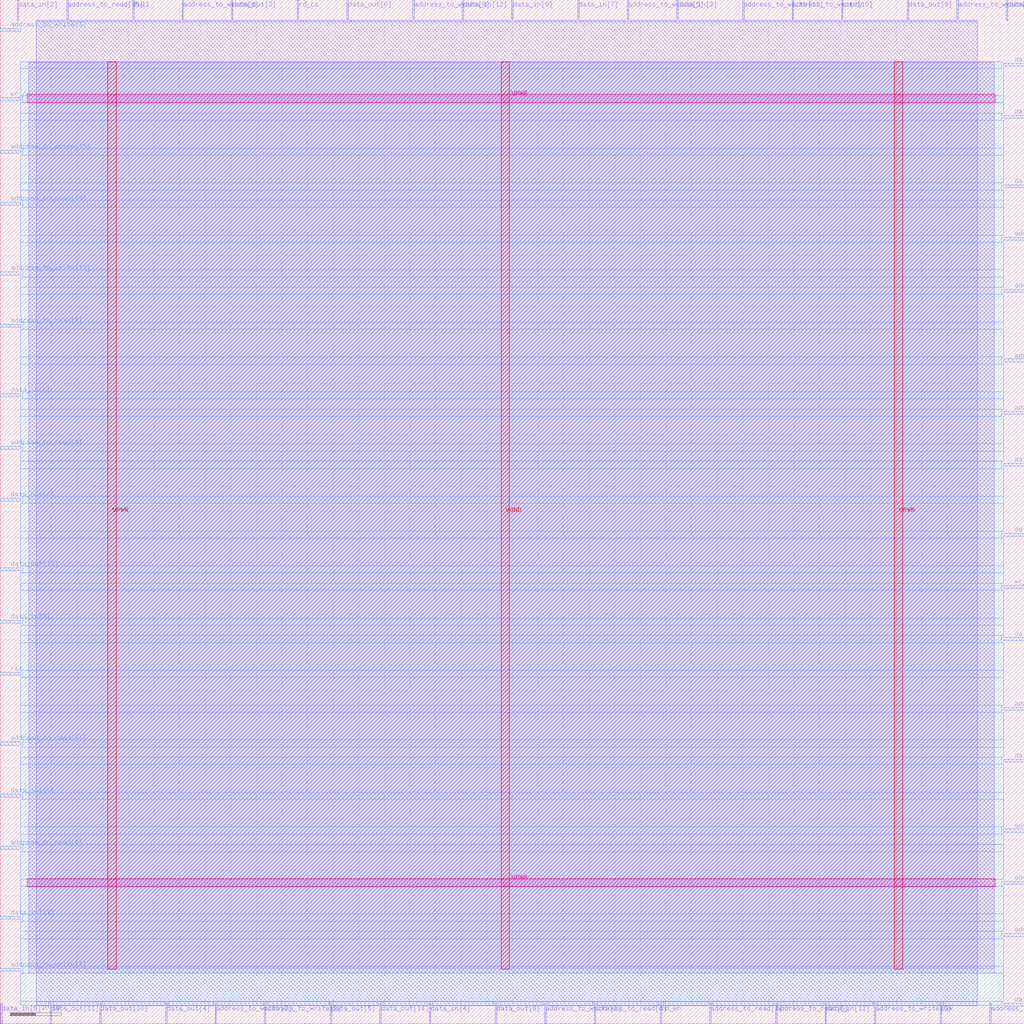
<source format=lef>
VERSION 5.7 ;
  NOWIREEXTENSIONATPIN ON ;
  DIVIDERCHAR "/" ;
  BUSBITCHARS "[]" ;
MACRO sync_fifo_16x16
  CLASS BLOCK ;
  FOREIGN sync_fifo_16x16 ;
  ORIGIN 0.000 0.000 ;
  SIZE 200.000 BY 200.000 ;
  PIN VGND
    DIRECTION INOUT ;
    USE GROUND ;
    PORT
      LAYER met4 ;
        RECT 97.840 10.640 99.440 187.920 ;
    END
  END VGND
  PIN VPWR
    DIRECTION INOUT ;
    USE POWER ;
    PORT
      LAYER met4 ;
        RECT 21.040 10.640 22.640 187.920 ;
    END
    PORT
      LAYER met4 ;
        RECT 174.640 10.640 176.240 187.920 ;
    END
    PORT
      LAYER met5 ;
        RECT 5.280 26.730 194.360 28.330 ;
    END
    PORT
      LAYER met5 ;
        RECT 5.280 179.910 194.360 181.510 ;
    END
  END VPWR
  PIN address_to_read[0]
    DIRECTION INPUT ;
    USE SIGNAL ;
    PORT
      LAYER met3 ;
        RECT 0.000 136.040 4.000 136.640 ;
    END
  END address_to_read[0]
  PIN address_to_read[10]
    DIRECTION INPUT ;
    USE SIGNAL ;
    PORT
      LAYER met3 ;
        RECT 196.000 37.440 200.000 38.040 ;
    END
  END address_to_read[10]
  PIN address_to_read[11]
    DIRECTION INPUT ;
    USE SIGNAL ;
    PORT
      LAYER met3 ;
        RECT 0.000 54.440 4.000 55.040 ;
    END
  END address_to_read[11]
  PIN address_to_read[12]
    DIRECTION INPUT ;
    USE SIGNAL ;
    PORT
      LAYER met3 ;
        RECT 196.000 142.840 200.000 143.440 ;
    END
  END address_to_read[12]
  PIN address_to_read[13]
    DIRECTION INPUT ;
    USE SIGNAL ;
    PORT
      LAYER met3 ;
        RECT 0.000 159.840 4.000 160.440 ;
    END
  END address_to_read[13]
  PIN address_to_read[14]
    DIRECTION INPUT ;
    USE SIGNAL ;
    PORT
      LAYER met3 ;
        RECT 196.000 61.240 200.000 61.840 ;
    END
  END address_to_read[14]
  PIN address_to_read[15]
    DIRECTION INPUT ;
    USE SIGNAL ;
    PORT
      LAYER met2 ;
        RECT 12.970 196.000 13.250 200.000 ;
    END
  END address_to_read[15]
  PIN address_to_read[1]
    DIRECTION INPUT ;
    USE SIGNAL ;
    PORT
      LAYER met2 ;
        RECT 138.550 0.000 138.830 4.000 ;
    END
  END address_to_read[1]
  PIN address_to_read[2]
    DIRECTION INPUT ;
    USE SIGNAL ;
    PORT
      LAYER met3 ;
        RECT 196.000 119.040 200.000 119.640 ;
    END
  END address_to_read[2]
  PIN address_to_read[3]
    DIRECTION INPUT ;
    USE SIGNAL ;
    PORT
      LAYER met3 ;
        RECT 0.000 112.240 4.000 112.840 ;
    END
  END address_to_read[3]
  PIN address_to_read[4]
    DIRECTION INPUT ;
    USE SIGNAL ;
    PORT
      LAYER met3 ;
        RECT 196.000 17.040 200.000 17.640 ;
    END
  END address_to_read[4]
  PIN address_to_read[5]
    DIRECTION INPUT ;
    USE SIGNAL ;
    PORT
      LAYER met2 ;
        RECT 151.430 0.000 151.710 4.000 ;
    END
  END address_to_read[5]
  PIN address_to_read[6]
    DIRECTION INPUT ;
    USE SIGNAL ;
    PORT
      LAYER met2 ;
        RECT 116.010 0.000 116.290 4.000 ;
    END
  END address_to_read[6]
  PIN address_to_read[7]
    DIRECTION INPUT ;
    USE SIGNAL ;
    PORT
      LAYER met3 ;
        RECT 0.000 34.040 4.000 34.640 ;
    END
  END address_to_read[7]
  PIN address_to_read[8]
    DIRECTION INPUT ;
    USE SIGNAL ;
    PORT
      LAYER met2 ;
        RECT 193.290 0.000 193.570 4.000 ;
    END
  END address_to_read[8]
  PIN address_to_read[9]
    DIRECTION INPUT ;
    USE SIGNAL ;
    PORT
      LAYER met3 ;
        RECT 196.000 27.240 200.000 27.840 ;
    END
  END address_to_read[9]
  PIN address_to_write[0]
    DIRECTION INPUT ;
    USE SIGNAL ;
    PORT
      LAYER met2 ;
        RECT 170.750 0.000 171.030 4.000 ;
    END
  END address_to_write[0]
  PIN address_to_write[10]
    DIRECTION INPUT ;
    USE SIGNAL ;
    PORT
      LAYER met2 ;
        RECT 154.650 196.000 154.930 200.000 ;
    END
  END address_to_write[10]
  PIN address_to_write[11]
    DIRECTION INPUT ;
    USE SIGNAL ;
    PORT
      LAYER met2 ;
        RECT 144.990 196.000 145.270 200.000 ;
    END
  END address_to_write[11]
  PIN address_to_write[12]
    DIRECTION INPUT ;
    USE SIGNAL ;
    PORT
      LAYER met3 ;
        RECT 0.000 146.240 4.000 146.840 ;
    END
  END address_to_write[12]
  PIN address_to_write[13]
    DIRECTION INPUT ;
    USE SIGNAL ;
    PORT
      LAYER met3 ;
        RECT 196.000 129.240 200.000 129.840 ;
    END
  END address_to_write[13]
  PIN address_to_write[14]
    DIRECTION INPUT ;
    USE SIGNAL ;
    PORT
      LAYER met3 ;
        RECT 196.000 153.040 200.000 153.640 ;
    END
  END address_to_write[14]
  PIN address_to_write[15]
    DIRECTION INPUT ;
    USE SIGNAL ;
    PORT
      LAYER met3 ;
        RECT 0.000 170.040 4.000 170.640 ;
    END
  END address_to_write[15]
  PIN address_to_write[1]
    DIRECTION INPUT ;
    USE SIGNAL ;
    PORT
      LAYER met2 ;
        RECT 106.350 0.000 106.630 4.000 ;
    END
  END address_to_write[1]
  PIN address_to_write[2]
    DIRECTION INPUT ;
    USE SIGNAL ;
    PORT
      LAYER met2 ;
        RECT 51.610 0.000 51.890 4.000 ;
    END
  END address_to_write[2]
  PIN address_to_write[3]
    DIRECTION INPUT ;
    USE SIGNAL ;
    PORT
      LAYER met3 ;
        RECT 0.000 193.840 4.000 194.440 ;
    END
  END address_to_write[3]
  PIN address_to_write[4]
    DIRECTION INPUT ;
    USE SIGNAL ;
    PORT
      LAYER met3 ;
        RECT 0.000 10.240 4.000 10.840 ;
    END
  END address_to_write[4]
  PIN address_to_write[5]
    DIRECTION INPUT ;
    USE SIGNAL ;
    PORT
      LAYER met2 ;
        RECT 122.450 196.000 122.730 200.000 ;
    END
  END address_to_write[5]
  PIN address_to_write[6]
    DIRECTION INPUT ;
    USE SIGNAL ;
    PORT
      LAYER met2 ;
        RECT 35.510 196.000 35.790 200.000 ;
    END
  END address_to_write[6]
  PIN address_to_write[7]
    DIRECTION INPUT ;
    USE SIGNAL ;
    PORT
      LAYER met2 ;
        RECT 41.950 0.000 42.230 4.000 ;
    END
  END address_to_write[7]
  PIN address_to_write[8]
    DIRECTION INPUT ;
    USE SIGNAL ;
    PORT
      LAYER met2 ;
        RECT 80.590 196.000 80.870 200.000 ;
    END
  END address_to_write[8]
  PIN address_to_write[9]
    DIRECTION INPUT ;
    USE SIGNAL ;
    PORT
      LAYER met2 ;
        RECT 186.850 196.000 187.130 200.000 ;
    END
  END address_to_write[9]
  PIN clk
    DIRECTION INPUT ;
    USE SIGNAL ;
    PORT
      LAYER met2 ;
        RECT 183.630 0.000 183.910 4.000 ;
    END
  END clk
  PIN data_in[0]
    DIRECTION INPUT ;
    USE SIGNAL ;
    PORT
      LAYER met2 ;
        RECT 99.910 196.000 100.190 200.000 ;
    END
  END data_in[0]
  PIN data_in[10]
    DIRECTION INPUT ;
    USE SIGNAL ;
    PORT
      LAYER met2 ;
        RECT 196.510 196.000 196.790 200.000 ;
    END
  END data_in[10]
  PIN data_in[11]
    DIRECTION INPUT ;
    USE SIGNAL ;
    PORT
      LAYER met2 ;
        RECT 161.090 0.000 161.370 4.000 ;
    END
  END data_in[11]
  PIN data_in[12]
    DIRECTION INPUT ;
    USE SIGNAL ;
    PORT
      LAYER met2 ;
        RECT 90.250 196.000 90.530 200.000 ;
    END
  END data_in[12]
  PIN data_in[13]
    DIRECTION INPUT ;
    USE SIGNAL ;
    PORT
      LAYER met3 ;
        RECT 0.000 20.440 4.000 21.040 ;
    END
  END data_in[13]
  PIN data_in[14]
    DIRECTION INPUT ;
    USE SIGNAL ;
    PORT
      LAYER met3 ;
        RECT 196.000 51.040 200.000 51.640 ;
    END
  END data_in[14]
  PIN data_in[15]
    DIRECTION INPUT ;
    USE SIGNAL ;
    PORT
      LAYER met3 ;
        RECT 0.000 44.240 4.000 44.840 ;
    END
  END data_in[15]
  PIN data_in[1]
    DIRECTION INPUT ;
    USE SIGNAL ;
    PORT
      LAYER met3 ;
        RECT 196.000 74.840 200.000 75.440 ;
    END
  END data_in[1]
  PIN data_in[2]
    DIRECTION INPUT ;
    USE SIGNAL ;
    PORT
      LAYER met2 ;
        RECT 3.310 196.000 3.590 200.000 ;
    END
  END data_in[2]
  PIN data_in[3]
    DIRECTION INPUT ;
    USE SIGNAL ;
    PORT
      LAYER met2 ;
        RECT 132.110 196.000 132.390 200.000 ;
    END
  END data_in[3]
  PIN data_in[4]
    DIRECTION INPUT ;
    USE SIGNAL ;
    PORT
      LAYER met2 ;
        RECT 83.810 0.000 84.090 4.000 ;
    END
  END data_in[4]
  PIN data_in[5]
    DIRECTION INPUT ;
    USE SIGNAL ;
    PORT
      LAYER met2 ;
        RECT 0.090 0.000 0.370 4.000 ;
    END
  END data_in[5]
  PIN data_in[6]
    DIRECTION INPUT ;
    USE SIGNAL ;
    PORT
      LAYER met3 ;
        RECT 0.000 122.440 4.000 123.040 ;
    END
  END data_in[6]
  PIN data_in[7]
    DIRECTION INPUT ;
    USE SIGNAL ;
    PORT
      LAYER met2 ;
        RECT 112.790 196.000 113.070 200.000 ;
    END
  END data_in[7]
  PIN data_in[8]
    DIRECTION INPUT ;
    USE SIGNAL ;
    PORT
      LAYER met3 ;
        RECT 0.000 78.240 4.000 78.840 ;
    END
  END data_in[8]
  PIN data_in[9]
    DIRECTION INPUT ;
    USE SIGNAL ;
    PORT
      LAYER met3 ;
        RECT 196.000 187.040 200.000 187.640 ;
    END
  END data_in[9]
  PIN data_out[0]
    DIRECTION OUTPUT TRISTATE ;
    USE SIGNAL ;
    PORT
      LAYER met2 ;
        RECT 67.710 196.000 67.990 200.000 ;
    END
  END data_out[0]
  PIN data_out[10]
    DIRECTION OUTPUT TRISTATE ;
    USE SIGNAL ;
    PORT
      LAYER met2 ;
        RECT 19.410 0.000 19.690 4.000 ;
    END
  END data_out[10]
  PIN data_out[11]
    DIRECTION OUTPUT TRISTATE ;
    USE SIGNAL ;
    PORT
      LAYER met2 ;
        RECT 9.750 0.000 10.030 4.000 ;
    END
  END data_out[11]
  PIN data_out[12]
    DIRECTION OUTPUT TRISTATE ;
    USE SIGNAL ;
    PORT
      LAYER met3 ;
        RECT 196.000 176.840 200.000 177.440 ;
    END
  END data_out[12]
  PIN data_out[13]
    DIRECTION OUTPUT TRISTATE ;
    USE SIGNAL ;
    PORT
      LAYER met3 ;
        RECT 0.000 88.440 4.000 89.040 ;
    END
  END data_out[13]
  PIN data_out[14]
    DIRECTION OUTPUT TRISTATE ;
    USE SIGNAL ;
    PORT
      LAYER met2 ;
        RECT 74.150 0.000 74.430 4.000 ;
    END
  END data_out[14]
  PIN data_out[15]
    DIRECTION OUTPUT TRISTATE ;
    USE SIGNAL ;
    PORT
      LAYER met3 ;
        RECT 196.000 163.240 200.000 163.840 ;
    END
  END data_out[15]
  PIN data_out[1]
    DIRECTION OUTPUT TRISTATE ;
    USE SIGNAL ;
    PORT
      LAYER met3 ;
        RECT 196.000 3.440 200.000 4.040 ;
    END
  END data_out[1]
  PIN data_out[2]
    DIRECTION OUTPUT TRISTATE ;
    USE SIGNAL ;
    PORT
      LAYER met2 ;
        RECT 45.170 196.000 45.450 200.000 ;
    END
  END data_out[2]
  PIN data_out[3]
    DIRECTION OUTPUT TRISTATE ;
    USE SIGNAL ;
    PORT
      LAYER met3 ;
        RECT 196.000 95.240 200.000 95.840 ;
    END
  END data_out[3]
  PIN data_out[4]
    DIRECTION OUTPUT TRISTATE ;
    USE SIGNAL ;
    PORT
      LAYER met2 ;
        RECT 32.290 0.000 32.570 4.000 ;
    END
  END data_out[4]
  PIN data_out[5]
    DIRECTION OUTPUT TRISTATE ;
    USE SIGNAL ;
    PORT
      LAYER met2 ;
        RECT 64.490 0.000 64.770 4.000 ;
    END
  END data_out[5]
  PIN data_out[6]
    DIRECTION OUTPUT TRISTATE ;
    USE SIGNAL ;
    PORT
      LAYER met3 ;
        RECT 0.000 102.040 4.000 102.640 ;
    END
  END data_out[6]
  PIN data_out[7]
    DIRECTION OUTPUT TRISTATE ;
    USE SIGNAL ;
    PORT
      LAYER met3 ;
        RECT 196.000 108.840 200.000 109.440 ;
    END
  END data_out[7]
  PIN data_out[8]
    DIRECTION OUTPUT TRISTATE ;
    USE SIGNAL ;
    PORT
      LAYER met2 ;
        RECT 96.690 0.000 96.970 4.000 ;
    END
  END data_out[8]
  PIN data_out[9]
    DIRECTION OUTPUT TRISTATE ;
    USE SIGNAL ;
    PORT
      LAYER met2 ;
        RECT 177.190 196.000 177.470 200.000 ;
    END
  END data_out[9]
  PIN empty
    DIRECTION OUTPUT TRISTATE ;
    USE SIGNAL ;
    PORT
      LAYER met2 ;
        RECT 164.310 196.000 164.590 200.000 ;
    END
  END empty
  PIN full
    DIRECTION OUTPUT TRISTATE ;
    USE SIGNAL ;
    PORT
      LAYER met2 ;
        RECT 25.850 196.000 26.130 200.000 ;
    END
  END full
  PIN rd_cs
    DIRECTION INPUT ;
    USE SIGNAL ;
    PORT
      LAYER met2 ;
        RECT 58.050 196.000 58.330 200.000 ;
    END
  END rd_cs
  PIN rd_en
    DIRECTION INPUT ;
    USE SIGNAL ;
    PORT
      LAYER met2 ;
        RECT 128.890 0.000 129.170 4.000 ;
    END
  END rd_en
  PIN rst
    DIRECTION INPUT ;
    USE SIGNAL ;
    PORT
      LAYER met3 ;
        RECT 0.000 68.040 4.000 68.640 ;
    END
  END rst
  PIN wr_cs
    DIRECTION INPUT ;
    USE SIGNAL ;
    PORT
      LAYER met3 ;
        RECT 0.000 180.240 4.000 180.840 ;
    END
  END wr_cs
  PIN wr_en
    DIRECTION INPUT ;
    USE SIGNAL ;
    PORT
      LAYER met3 ;
        RECT 196.000 85.040 200.000 85.640 ;
    END
  END wr_en
  OBS
      LAYER li1 ;
        RECT 5.520 10.795 194.120 187.765 ;
      LAYER met1 ;
        RECT 5.520 9.900 194.120 187.920 ;
      LAYER met2 ;
        RECT 6.990 195.720 12.690 196.000 ;
        RECT 13.530 195.720 25.570 196.000 ;
        RECT 26.410 195.720 35.230 196.000 ;
        RECT 36.070 195.720 44.890 196.000 ;
        RECT 45.730 195.720 57.770 196.000 ;
        RECT 58.610 195.720 67.430 196.000 ;
        RECT 68.270 195.720 80.310 196.000 ;
        RECT 81.150 195.720 89.970 196.000 ;
        RECT 90.810 195.720 99.630 196.000 ;
        RECT 100.470 195.720 112.510 196.000 ;
        RECT 113.350 195.720 122.170 196.000 ;
        RECT 123.010 195.720 131.830 196.000 ;
        RECT 132.670 195.720 144.710 196.000 ;
        RECT 145.550 195.720 154.370 196.000 ;
        RECT 155.210 195.720 164.030 196.000 ;
        RECT 164.870 195.720 176.910 196.000 ;
        RECT 177.750 195.720 186.570 196.000 ;
        RECT 187.410 195.720 190.810 196.000 ;
        RECT 6.990 4.280 190.810 195.720 ;
        RECT 6.990 3.555 9.470 4.280 ;
        RECT 10.310 3.555 19.130 4.280 ;
        RECT 19.970 3.555 32.010 4.280 ;
        RECT 32.850 3.555 41.670 4.280 ;
        RECT 42.510 3.555 51.330 4.280 ;
        RECT 52.170 3.555 64.210 4.280 ;
        RECT 65.050 3.555 73.870 4.280 ;
        RECT 74.710 3.555 83.530 4.280 ;
        RECT 84.370 3.555 96.410 4.280 ;
        RECT 97.250 3.555 106.070 4.280 ;
        RECT 106.910 3.555 115.730 4.280 ;
        RECT 116.570 3.555 128.610 4.280 ;
        RECT 129.450 3.555 138.270 4.280 ;
        RECT 139.110 3.555 151.150 4.280 ;
        RECT 151.990 3.555 160.810 4.280 ;
        RECT 161.650 3.555 170.470 4.280 ;
        RECT 171.310 3.555 183.350 4.280 ;
        RECT 184.190 3.555 190.810 4.280 ;
      LAYER met3 ;
        RECT 4.000 186.640 195.600 187.845 ;
        RECT 4.000 181.240 196.000 186.640 ;
        RECT 4.400 179.840 196.000 181.240 ;
        RECT 4.000 177.840 196.000 179.840 ;
        RECT 4.000 176.440 195.600 177.840 ;
        RECT 4.000 171.040 196.000 176.440 ;
        RECT 4.400 169.640 196.000 171.040 ;
        RECT 4.000 164.240 196.000 169.640 ;
        RECT 4.000 162.840 195.600 164.240 ;
        RECT 4.000 160.840 196.000 162.840 ;
        RECT 4.400 159.440 196.000 160.840 ;
        RECT 4.000 154.040 196.000 159.440 ;
        RECT 4.000 152.640 195.600 154.040 ;
        RECT 4.000 147.240 196.000 152.640 ;
        RECT 4.400 145.840 196.000 147.240 ;
        RECT 4.000 143.840 196.000 145.840 ;
        RECT 4.000 142.440 195.600 143.840 ;
        RECT 4.000 137.040 196.000 142.440 ;
        RECT 4.400 135.640 196.000 137.040 ;
        RECT 4.000 130.240 196.000 135.640 ;
        RECT 4.000 128.840 195.600 130.240 ;
        RECT 4.000 123.440 196.000 128.840 ;
        RECT 4.400 122.040 196.000 123.440 ;
        RECT 4.000 120.040 196.000 122.040 ;
        RECT 4.000 118.640 195.600 120.040 ;
        RECT 4.000 113.240 196.000 118.640 ;
        RECT 4.400 111.840 196.000 113.240 ;
        RECT 4.000 109.840 196.000 111.840 ;
        RECT 4.000 108.440 195.600 109.840 ;
        RECT 4.000 103.040 196.000 108.440 ;
        RECT 4.400 101.640 196.000 103.040 ;
        RECT 4.000 96.240 196.000 101.640 ;
        RECT 4.000 94.840 195.600 96.240 ;
        RECT 4.000 89.440 196.000 94.840 ;
        RECT 4.400 88.040 196.000 89.440 ;
        RECT 4.000 86.040 196.000 88.040 ;
        RECT 4.000 84.640 195.600 86.040 ;
        RECT 4.000 79.240 196.000 84.640 ;
        RECT 4.400 77.840 196.000 79.240 ;
        RECT 4.000 75.840 196.000 77.840 ;
        RECT 4.000 74.440 195.600 75.840 ;
        RECT 4.000 69.040 196.000 74.440 ;
        RECT 4.400 67.640 196.000 69.040 ;
        RECT 4.000 62.240 196.000 67.640 ;
        RECT 4.000 60.840 195.600 62.240 ;
        RECT 4.000 55.440 196.000 60.840 ;
        RECT 4.400 54.040 196.000 55.440 ;
        RECT 4.000 52.040 196.000 54.040 ;
        RECT 4.000 50.640 195.600 52.040 ;
        RECT 4.000 45.240 196.000 50.640 ;
        RECT 4.400 43.840 196.000 45.240 ;
        RECT 4.000 38.440 196.000 43.840 ;
        RECT 4.000 37.040 195.600 38.440 ;
        RECT 4.000 35.040 196.000 37.040 ;
        RECT 4.400 33.640 196.000 35.040 ;
        RECT 4.000 28.240 196.000 33.640 ;
        RECT 4.000 26.840 195.600 28.240 ;
        RECT 4.000 21.440 196.000 26.840 ;
        RECT 4.400 20.040 196.000 21.440 ;
        RECT 4.000 18.040 196.000 20.040 ;
        RECT 4.000 16.640 195.600 18.040 ;
        RECT 4.000 11.240 196.000 16.640 ;
        RECT 4.400 9.840 196.000 11.240 ;
        RECT 4.000 4.440 196.000 9.840 ;
        RECT 4.000 3.575 195.600 4.440 ;
  END
END sync_fifo_16x16
END LIBRARY


</source>
